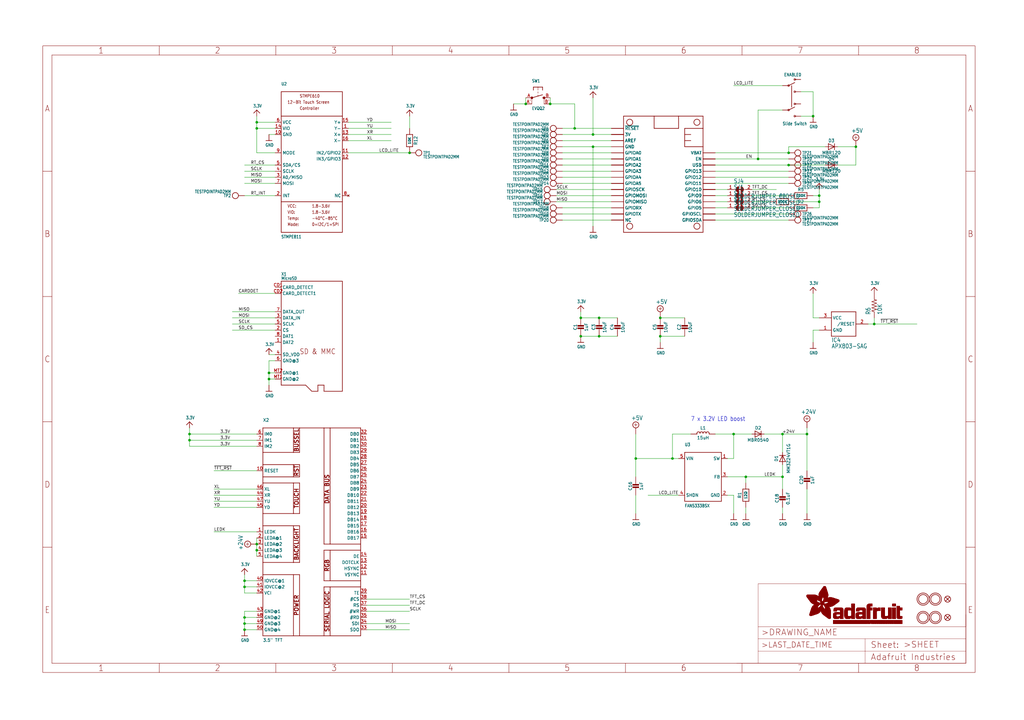
<source format=kicad_sch>
(kicad_sch (version 20211123) (generator eeschema)
  (paper "User" 425.45 299.161)
  (lib_symbols
    (symbol "eagleSchem-eagle-import:+24V" (power)
      (property "Value" "+24V" (at -2.54 3.175 0))
      (symbol "+24V_1_0"
        (pin power_in line (at 0 -2.54 90) (length 2.54) (name "+24V") (number "1"))
      )
    )
    (symbol "eagleSchem-eagle-import:+5V" (power)
      (property "Value" "+5V" (at -1.905 3.175 0))
      (symbol "+5V_1_0"
        (pin power_in line (at 0 -2.54 90) (length 2.54) (name "+5V") (number "1"))
      )
    )
    (symbol "eagleSchem-eagle-import:3.3V" (power)
      (property "Value" "3.3V" (at -1.524 1.016 0))
      (symbol "3.3V_1_0"
        (pin power_in line (at 0 -2.54 90) (length 2.54) (name "3.3V") (number "1"))
      )
    )
    (symbol "eagleSchem-eagle-import:AXP083-SAG"
      (property "Reference" "IC" (at -5.08 -7.62 0))
      (property "Value" "AXP083-SAG" (at -5.08 -10.16 0))
      (symbol "AXP083-SAG_1_0"
        (pin power_in line (at -10.16 -2.54 0) (length 5.08) (name "GND") (number "1"))
        (pin output line (at 10.16 0 180) (length 5.08) (name "/RESET") (number "2"))
        (pin power_in line (at -10.16 2.54 0) (length 5.08) (name "VCC") (number "3"))
      )
    )
    (symbol "eagleSchem-eagle-import:CAP_CERAMIC0805-NOOUTLINE"
      (property "Reference" "C" (at -2.29 1.25 90))
      (property "Value" "CAP_CERAMIC0805-NOOUTLINE" (at 2.3 1.25 90))
      (symbol "CAP_CERAMIC0805-NOOUTLINE_1_0"
        (pin passive line (at 0 5.08 270) (length 2.54) (name "1") (number "1"))
        (pin passive line (at 0 -2.54 90) (length 2.54) (name "2") (number "2"))
      )
    )
    (symbol "eagleSchem-eagle-import:DIODESMA"
      (property "Reference" "D" (at 0 2.54 0))
      (property "Value" "DIODESMA" (at 0 -2.5 0))
      (symbol "DIODESMA_1_0"
        (pin passive line (at -2.54 0 0) (length 2.54) (name "A") (number "A"))
        (pin passive line (at 2.54 0 180) (length 2.54) (name "C") (number "C"))
      )
    )
    (symbol "eagleSchem-eagle-import:DIODESOD-123"
      (property "Reference" "D" (at 0 2.54 0))
      (property "Value" "DIODESOD-123" (at 0 -2.5 0))
      (symbol "DIODESOD-123_1_0"
        (pin passive line (at -2.54 0 0) (length 2.54) (name "A") (number "A"))
        (pin passive line (at 2.54 0 180) (length 2.54) (name "C") (number "C"))
      )
    )
    (symbol "eagleSchem-eagle-import:DISP_LCD_3.5IN_320X480_50PIN"
      (property "Reference" "X" (at -20.32 43.18 0))
      (property "Value" "DISP_LCD_3.5IN_320X480_50PIN" (at -20.32 -48.26 0))
      (symbol "DISP_LCD_3.5IN_320X480_50PIN_1_0"
        (text "BACKLIGHT" (at -6.35 -7.62 900) (effects (font (size 1.6764 1.6764) (thickness 0.3353) bold)))
        (text "BUSSEL" (at -6.35 35.56 900) (effects (font (size 1.6764 1.6764) (thickness 0.3353) bold)))
        (text "DATA BUS" (at 6.35 15.24 900) (effects (font (size 1.6764 1.6764) (thickness 0.3353) bold)))
        (text "POWER" (at -6.35 -33.02 900) (effects (font (size 1.6764 1.6764) (thickness 0.3353) bold)))
        (text "RGB" (at 6.35 -16.51 900) (effects (font (size 1.6764 1.6764) (thickness 0.3353) bold)))
        (text "RST" (at -6.35 22.86 900) (effects (font (size 1.6764 1.6764) (thickness 0.3353) bold)))
        (text "SERIAL LOGIC" (at 6.35 -35.56 900) (effects (font (size 1.6764 1.6764) (thickness 0.3353) bold)))
        (text "TOUCH" (at -6.35 11.43 900) (effects (font (size 1.6764 1.6764) (thickness 0.3353) bold)))
        (pin bidirectional line (at -22.86 -2.54 0) (length 2.54) (name "LEDK") (number "1"))
        (pin bidirectional line (at -22.86 22.86 0) (length 2.54) (name "RESET") (number "10"))
        (pin bidirectional line (at 22.86 -20.32 180) (length 2.54) (name "VSYNC") (number "11"))
        (pin bidirectional line (at 22.86 -17.78 180) (length 2.54) (name "HSYNC") (number "12"))
        (pin bidirectional line (at 22.86 -15.24 180) (length 2.54) (name "DOTCLK") (number "13"))
        (pin bidirectional line (at 22.86 -12.7 180) (length 2.54) (name "DE") (number "14"))
        (pin bidirectional line (at 22.86 -5.08 180) (length 2.54) (name "DB17") (number "15"))
        (pin bidirectional line (at 22.86 -2.54 180) (length 2.54) (name "DB16") (number "16"))
        (pin bidirectional line (at 22.86 0 180) (length 2.54) (name "DB15") (number "17"))
        (pin bidirectional line (at 22.86 2.54 180) (length 2.54) (name "DB14") (number "18"))
        (pin bidirectional line (at 22.86 5.08 180) (length 2.54) (name "DB13") (number "19"))
        (pin bidirectional line (at -22.86 -5.08 0) (length 2.54) (name "LEDA@1") (number "2"))
        (pin bidirectional line (at 22.86 7.62 180) (length 2.54) (name "DB12") (number "20"))
        (pin bidirectional line (at 22.86 10.16 180) (length 2.54) (name "DB11") (number "21"))
        (pin bidirectional line (at 22.86 12.7 180) (length 2.54) (name "DB10") (number "22"))
        (pin bidirectional line (at 22.86 15.24 180) (length 2.54) (name "DB9") (number "23"))
        (pin bidirectional line (at 22.86 17.78 180) (length 2.54) (name "DB8") (number "24"))
        (pin bidirectional line (at 22.86 20.32 180) (length 2.54) (name "DB7") (number "25"))
        (pin bidirectional line (at 22.86 22.86 180) (length 2.54) (name "DB6") (number "26"))
        (pin bidirectional line (at 22.86 25.4 180) (length 2.54) (name "DB5") (number "27"))
        (pin bidirectional line (at 22.86 27.94 180) (length 2.54) (name "DB4") (number "28"))
        (pin bidirectional line (at 22.86 30.48 180) (length 2.54) (name "DB3") (number "29"))
        (pin bidirectional line (at -22.86 -7.62 0) (length 2.54) (name "LEDA@2") (number "3"))
        (pin bidirectional line (at 22.86 33.02 180) (length 2.54) (name "DB2") (number "30"))
        (pin bidirectional line (at 22.86 35.56 180) (length 2.54) (name "DB1") (number "31"))
        (pin bidirectional line (at 22.86 38.1 180) (length 2.54) (name "DB0") (number "32"))
        (pin bidirectional line (at 22.86 -43.18 180) (length 2.54) (name "SDO") (number "33"))
        (pin bidirectional line (at 22.86 -40.64 180) (length 2.54) (name "SDI") (number "34"))
        (pin bidirectional line (at 22.86 -38.1 180) (length 2.54) (name "#RD") (number "35"))
        (pin bidirectional line (at 22.86 -35.56 180) (length 2.54) (name "#WR") (number "36"))
        (pin bidirectional line (at 22.86 -33.02 180) (length 2.54) (name "RS") (number "37"))
        (pin bidirectional line (at 22.86 -30.48 180) (length 2.54) (name "#CS") (number "38"))
        (pin bidirectional line (at 22.86 -27.94 180) (length 2.54) (name "TE") (number "39"))
        (pin bidirectional line (at -22.86 -10.16 0) (length 2.54) (name "LEDA@3") (number "4"))
        (pin bidirectional line (at -22.86 -22.86 0) (length 2.54) (name "IOVCC@1") (number "40"))
        (pin bidirectional line (at -22.86 -25.4 0) (length 2.54) (name "IOVCC@2") (number "41"))
        (pin bidirectional line (at -22.86 -27.94 0) (length 2.54) (name "VCI") (number "42"))
        (pin bidirectional line (at -22.86 -35.56 0) (length 2.54) (name "GND@1") (number "43"))
        (pin bidirectional line (at -22.86 12.7 0) (length 2.54) (name "XR") (number "44"))
        (pin bidirectional line (at -22.86 7.62 0) (length 2.54) (name "YD") (number "45"))
        (pin bidirectional line (at -22.86 15.24 0) (length 2.54) (name "XL") (number "46"))
        (pin bidirectional line (at -22.86 10.16 0) (length 2.54) (name "YU") (number "47"))
        (pin bidirectional line (at -22.86 -38.1 0) (length 2.54) (name "GND@2") (number "48"))
        (pin bidirectional line (at -22.86 -40.64 0) (length 2.54) (name "GND@3") (number "49"))
        (pin bidirectional line (at -22.86 -12.7 0) (length 2.54) (name "LEDA@4") (number "5"))
        (pin bidirectional line (at -22.86 -43.18 0) (length 2.54) (name "GND@4") (number "50"))
        (pin bidirectional line (at -22.86 38.1 0) (length 2.54) (name "IM0") (number "6"))
        (pin bidirectional line (at -22.86 35.56 0) (length 2.54) (name "IM1") (number "7"))
        (pin bidirectional line (at -22.86 33.02 0) (length 2.54) (name "IM2") (number "8"))
      )
    )
    (symbol "eagleSchem-eagle-import:FAN5331"
      (property "Reference" "U" (at -7.62 12.7 0))
      (property "Value" "FAN5331" (at -7.62 -12.7 0))
      (symbol "FAN5331_1_0"
        (pin bidirectional line (at 10.16 7.62 180) (length 2.54) (name "SW") (number "1"))
        (pin bidirectional line (at 10.16 -7.62 180) (length 2.54) (name "GND") (number "2"))
        (pin bidirectional line (at 10.16 0 180) (length 2.54) (name "FB") (number "3"))
        (pin bidirectional line (at -10.16 -7.62 0) (length 2.54) (name "SHDN") (number "4"))
        (pin bidirectional line (at -10.16 7.62 0) (length 2.54) (name "VIN") (number "5"))
      )
    )
    (symbol "eagleSchem-eagle-import:FEATHERWING_SMTDUAL"
      (symbol "FEATHERWING_SMTDUAL_1_0"
        (pin input line (at 5.08 -5.08 90) (length 5.08) (name "~{RESET}") (number "1"))
        (pin input line (at 5.08 -5.08 90) (length 5.08) (name "~{RESET}") (number "1'"))
        (pin bidirectional line (at 27.94 -5.08 90) (length 5.08) (name "GPIOA5") (number "10"))
        (pin bidirectional line (at 27.94 -5.08 90) (length 5.08) (name "GPIOA5") (number "10'"))
        (pin bidirectional line (at 30.48 -5.08 90) (length 5.08) (name "GPIOSCK") (number "11"))
        (pin bidirectional line (at 30.48 -5.08 90) (length 5.08) (name "GPIOSCK") (number "11'"))
        (pin bidirectional line (at 33.02 -5.08 90) (length 5.08) (name "GPIOMOSI") (number "12"))
        (pin bidirectional line (at 33.02 -5.08 90) (length 5.08) (name "GPIOMOSI") (number "12'"))
        (pin bidirectional line (at 35.56 -5.08 90) (length 5.08) (name "GPIOMISO") (number "13"))
        (pin bidirectional line (at 35.56 -5.08 90) (length 5.08) (name "GPIOMISO") (number "13'"))
        (pin bidirectional line (at 38.1 -5.08 90) (length 5.08) (name "GPIORX") (number "14"))
        (pin bidirectional line (at 38.1 -5.08 90) (length 5.08) (name "GPIORX") (number "14'"))
        (pin bidirectional line (at 40.64 -5.08 90) (length 5.08) (name "GPIOTX") (number "15"))
        (pin bidirectional line (at 40.64 -5.08 90) (length 5.08) (name "GPIOTX") (number "15'"))
        (pin passive line (at 43.18 -5.08 90) (length 5.08) (name "NC") (number "16"))
        (pin passive line (at 43.18 -5.08 90) (length 5.08) (name "NC") (number "16'"))
        (pin bidirectional line (at 43.18 38.1 270) (length 5.08) (name "GPIOSDA") (number "17"))
        (pin bidirectional line (at 43.18 38.1 270) (length 5.08) (name "GPIOSDA") (number "17'"))
        (pin bidirectional line (at 40.64 38.1 270) (length 5.08) (name "GPIOSCL") (number "18"))
        (pin bidirectional line (at 40.64 38.1 270) (length 5.08) (name "GPIOSCL") (number "18'"))
        (pin bidirectional line (at 38.1 38.1 270) (length 5.08) (name "GPIO5") (number "19"))
        (pin bidirectional line (at 38.1 38.1 270) (length 5.08) (name "GPIO5") (number "19'"))
        (pin power_in line (at 7.62 -5.08 90) (length 5.08) (name "3V") (number "2"))
        (pin power_in line (at 7.62 -5.08 90) (length 5.08) (name "3V") (number "2'"))
        (pin bidirectional line (at 35.56 38.1 270) (length 5.08) (name "GPIO6") (number "20"))
        (pin bidirectional line (at 35.56 38.1 270) (length 5.08) (name "GPIO6") (number "20'"))
        (pin bidirectional line (at 33.02 38.1 270) (length 5.08) (name "GPIO9") (number "21"))
        (pin bidirectional line (at 33.02 38.1 270) (length 5.08) (name "GPIO9") (number "21'"))
        (pin bidirectional line (at 30.48 38.1 270) (length 5.08) (name "GPIO10") (number "22"))
        (pin bidirectional line (at 30.48 38.1 270) (length 5.08) (name "GPIO10") (number "22'"))
        (pin bidirectional line (at 27.94 38.1 270) (length 5.08) (name "GPIO11") (number "23"))
        (pin bidirectional line (at 27.94 38.1 270) (length 5.08) (name "GPIO11") (number "23'"))
        (pin bidirectional line (at 25.4 38.1 270) (length 5.08) (name "GPIO12") (number "24"))
        (pin bidirectional line (at 25.4 38.1 270) (length 5.08) (name "GPIO12") (number "24'"))
        (pin bidirectional line (at 22.86 38.1 270) (length 5.08) (name "GPIO13") (number "25"))
        (pin bidirectional line (at 22.86 38.1 270) (length 5.08) (name "GPIO13") (number "25'"))
        (pin power_in line (at 20.32 38.1 270) (length 5.08) (name "USB") (number "26"))
        (pin power_in line (at 20.32 38.1 270) (length 5.08) (name "USB") (number "26'"))
        (pin passive line (at 17.78 38.1 270) (length 5.08) (name "EN") (number "27"))
        (pin passive line (at 17.78 38.1 270) (length 5.08) (name "EN") (number "27'"))
        (pin power_in line (at 15.24 38.1 270) (length 5.08) (name "VBAT") (number "28"))
        (pin power_in line (at 15.24 38.1 270) (length 5.08) (name "VBAT") (number "28'"))
        (pin passive line (at 10.16 -5.08 90) (length 5.08) (name "AREF") (number "3"))
        (pin passive line (at 10.16 -5.08 90) (length 5.08) (name "AREF") (number "3'"))
        (pin power_in line (at 12.7 -5.08 90) (length 5.08) (name "GND") (number "4"))
        (pin power_in line (at 12.7 -5.08 90) (length 5.08) (name "GND") (number "4'"))
        (pin bidirectional line (at 15.24 -5.08 90) (length 5.08) (name "GPIOA0") (number "5"))
        (pin bidirectional line (at 15.24 -5.08 90) (length 5.08) (name "GPIOA0") (number "5'"))
        (pin bidirectional line (at 17.78 -5.08 90) (length 5.08) (name "GPIOA1") (number "6"))
        (pin bidirectional line (at 17.78 -5.08 90) (length 5.08) (name "GPIOA1") (number "6'"))
        (pin bidirectional line (at 20.32 -5.08 90) (length 5.08) (name "GPIOA2") (number "7"))
        (pin bidirectional line (at 20.32 -5.08 90) (length 5.08) (name "GPIOA2") (number "7'"))
        (pin bidirectional line (at 22.86 -5.08 90) (length 5.08) (name "GPIOA3") (number "8"))
        (pin bidirectional line (at 22.86 -5.08 90) (length 5.08) (name "GPIOA3") (number "8'"))
        (pin bidirectional line (at 25.4 -5.08 90) (length 5.08) (name "GPIOA4") (number "9"))
        (pin bidirectional line (at 25.4 -5.08 90) (length 5.08) (name "GPIOA4") (number "9'"))
      )
    )
    (symbol "eagleSchem-eagle-import:FIDUCIAL_1MM")
    (symbol "eagleSchem-eagle-import:FRAME_A3_ADAFRUIT"
      (symbol "FRAME_A3_ADAFRUIT_1_0"
        (text "1" (at 24.2094 1.905 0) (effects (font (size 2.54 2.286))))
        (text "1" (at 24.2094 258.445 0) (effects (font (size 2.54 2.286))))
        (text "2" (at 72.6281 1.905 0) (effects (font (size 2.54 2.286))))
        (text "2" (at 72.6281 258.445 0) (effects (font (size 2.54 2.286))))
        (text "3" (at 121.0469 1.905 0) (effects (font (size 2.54 2.286))))
        (text "3" (at 121.0469 258.445 0) (effects (font (size 2.54 2.286))))
        (text "4" (at 169.4656 1.905 0) (effects (font (size 2.54 2.286))))
        (text "4" (at 169.4656 258.445 0) (effects (font (size 2.54 2.286))))
        (text "5" (at 217.8844 1.905 0) (effects (font (size 2.54 2.286))))
        (text "5" (at 217.8844 258.445 0) (effects (font (size 2.54 2.286))))
        (text "6" (at 266.3031 1.905 0) (effects (font (size 2.54 2.286))))
        (text "6" (at 266.3031 258.445 0) (effects (font (size 2.54 2.286))))
        (text "7" (at 314.7219 1.905 0) (effects (font (size 2.54 2.286))))
        (text "7" (at 314.7219 258.445 0) (effects (font (size 2.54 2.286))))
        (text "8" (at 363.1406 1.905 0) (effects (font (size 2.54 2.286))))
        (text "8" (at 363.1406 258.445 0) (effects (font (size 2.54 2.286))))
        (text ">DRAWING_NAME" (at 298.45 15.24 0) (effects (font (size 2.54 2.54)) (justify left bottom)))
        (text ">LAST_DATE_TIME" (at 298.45 10.16 0) (effects (font (size 2.286 2.286)) (justify left bottom)))
        (text ">SHEET" (at 357.505 10.16 0) (effects (font (size 2.54 2.54)) (justify left bottom)))
        (text "A" (at 1.905 234.315 0) (effects (font (size 2.54 2.286))))
        (text "A" (at 385.445 234.315 0) (effects (font (size 2.54 2.286))))
        (text "Adafruit Industries" (at 343.916 4.953 0) (effects (font (size 2.54 2.54)) (justify left bottom)))
        (text "B" (at 1.905 182.245 0) (effects (font (size 2.54 2.286))))
        (text "B" (at 385.445 182.245 0) (effects (font (size 2.54 2.286))))
        (text "C" (at 1.905 130.175 0) (effects (font (size 2.54 2.286))))
        (text "C" (at 385.445 130.175 0) (effects (font (size 2.54 2.286))))
        (text "D" (at 1.905 78.105 0) (effects (font (size 2.54 2.286))))
        (text "D" (at 385.445 78.105 0) (effects (font (size 2.54 2.286))))
        (text "E" (at 1.905 26.035 0) (effects (font (size 2.54 2.286))))
        (text "E" (at 385.445 26.035 0) (effects (font (size 2.54 2.286))))
        (text "Sheet:" (at 343.916 10.033 0) (effects (font (size 2.54 2.54)) (justify left bottom)))
      )
    )
    (symbol "eagleSchem-eagle-import:GND" (power)
      (property "Value" "GND" (at -1.524 -2.54 0))
      (symbol "GND_1_0"
        (pin power_in line (at 0 2.54 270) (length 2.54) (name "GND") (number "1"))
      )
    )
    (symbol "eagleSchem-eagle-import:INDUCTORNR5040"
      (property "Reference" "L" (at 0 2.54 0))
      (property "Value" "INDUCTORNR5040" (at 0 -1.54 0))
      (symbol "INDUCTORNR5040_1_0"
        (pin passive line (at -5.08 0 0) (length 2.54) (name "1") (number "P$1"))
        (pin passive line (at 5.08 0 180) (length 2.54) (name "2") (number "P$2"))
      )
    )
    (symbol "eagleSchem-eagle-import:MICROSD"
      (property "Reference" "X" (at -12.7 22.606 0))
      (property "Value" "MICROSD" (at -12.7 20.828 0))
      (symbol "MICROSD_1_0"
        (text "SD & MMC" (at -5.08 -10.16 0) (effects (font (size 2.1844 1.8567)) (justify left bottom)))
        (pin bidirectional line (at -15.24 -5.08 0) (length 2.54) (name "DAT2") (number "1"))
        (pin input line (at -15.24 0 0) (length 2.54) (name "CS") (number "2"))
        (pin input line (at -15.24 5.08 0) (length 2.54) (name "DATA_IN") (number "3"))
        (pin power_in line (at -15.24 -10.16 0) (length 2.54) (name "SD_VDD") (number "4"))
        (pin input line (at -15.24 2.54 0) (length 2.54) (name "SCLK") (number "5"))
        (pin power_in line (at -15.24 -12.7 0) (length 2.54) (name "GND@3") (number "6"))
        (pin output line (at -15.24 7.62 0) (length 2.54) (name "DATA_OUT") (number "7"))
        (pin bidirectional line (at -15.24 -2.54 0) (length 2.54) (name "DAT1") (number "8"))
        (pin passive line (at -15.24 17.78 0) (length 2.54) (name "CARD_DETECT") (number "CD1"))
        (pin passive line (at -15.24 15.24 0) (length 2.54) (name "CARD_DETECT1") (number "CD2"))
        (pin power_in line (at -15.24 -20.32 0) (length 2.54) (name "GND@2") (number "MT1"))
        (pin power_in line (at -15.24 -17.78 0) (length 2.54) (name "GND@1") (number "MT2"))
      )
    )
    (symbol "eagleSchem-eagle-import:MOUNTINGHOLE3.0THIN")
    (symbol "eagleSchem-eagle-import:R-US_R0805"
      (property "Reference" "R" (at -3.81 1.4986 0))
      (property "Value" "R-US_R0805" (at -3.81 -3.302 0))
      (symbol "R-US_R0805_1_0"
        (pin passive line (at -5.08 0 0) (length 2.54) (name "1") (number "1"))
        (pin passive line (at 5.08 0 180) (length 2.54) (name "2") (number "2"))
      )
    )
    (symbol "eagleSchem-eagle-import:RESISTOR0805_NOOUTLINE"
      (property "Reference" "R" (at 0 2.54 0))
      (property "Value" "RESISTOR0805_NOOUTLINE" (at 0 0 0))
      (symbol "RESISTOR0805_NOOUTLINE_1_0"
        (pin passive line (at -5.08 0 0) (length 2.54) (name "1") (number "1"))
        (pin passive line (at 5.08 0 180) (length 2.54) (name "2") (number "2"))
      )
    )
    (symbol "eagleSchem-eagle-import:SOLDERJUMPER_CLOSED"
      (property "Reference" "SJ" (at -2.54 2.54 0))
      (property "Value" "SOLDERJUMPER_CLOSED" (at -2.54 -3.81 0))
      (symbol "SOLDERJUMPER_CLOSED_1_0"
        (pin passive line (at -5.08 0 0) (length 2.54) (name "1") (number "1"))
        (pin passive line (at 5.08 0 180) (length 2.54) (name "2") (number "2"))
      )
    )
    (symbol "eagleSchem-eagle-import:STMPE610"
      (property "Reference" "U" (at -12.7 33.02 0))
      (property "Value" "STMPE610" (at -12.7 -30.48 0))
      (symbol "STMPE610_1_0"
        (text "-40°C-85°C" (at 0 -22.86 0) (effects (font (size 1.27 1.0795)) (justify left bottom)))
        (text "0=I2C/1=SPI" (at 0 -25.4 0) (effects (font (size 1.27 1.0795)) (justify left bottom)))
        (text "1.8-3.6V" (at 0 -20.32 0) (effects (font (size 1.27 1.0795)) (justify left bottom)))
        (text "1.8-3.6V" (at 0 -17.78 0) (effects (font (size 1.27 1.0795)) (justify left bottom)))
        (text "12-Bit Touch Screen" (at -10.16 25.4 0) (effects (font (size 1.27 1.0795)) (justify left bottom)))
        (text "Controller" (at -5.08 22.86 0) (effects (font (size 1.27 1.0795)) (justify left bottom)))
        (text "Mode:" (at -10.16 -25.4 0) (effects (font (size 1.27 1.0795)) (justify left bottom)))
        (text "STMPE610" (at -5.08 27.94 0) (effects (font (size 1.27 1.0795)) (justify left bottom)))
        (text "Temp:" (at -10.16 -22.86 0) (effects (font (size 1.27 1.0795)) (justify left bottom)))
        (text "VCC:" (at -10.16 -17.78 0) (effects (font (size 1.27 1.0795)) (justify left bottom)))
        (text "VIO:" (at -10.16 -20.32 0) (effects (font (size 1.27 1.0795)) (justify left bottom)))
        (pin input line (at 15.24 15.24 180) (length 2.54) (name "Y-") (number "1"))
        (pin power_in line (at -15.24 12.7 0) (length 2.54) (name "GND") (number "10"))
        (pin bidirectional line (at 15.24 5.08 180) (length 2.54) (name "IN2/GPIO2") (number "11"))
        (pin bidirectional line (at 15.24 2.54 180) (length 2.54) (name "IN3/GPIO3") (number "12"))
        (pin input line (at 15.24 12.7 180) (length 2.54) (name "X+") (number "13"))
        (pin power_in line (at -15.24 15.24 0) (length 2.54) (name "VIO") (number "14"))
        (pin input line (at 15.24 17.78 180) (length 2.54) (name "Y+") (number "15"))
        (pin input line (at 15.24 10.16 180) (length 2.54) (name "X-") (number "16"))
        (pin output line (at -15.24 -12.7 0) (length 2.54) (name "INT") (number "2"))
        (pin bidirectional line (at -15.24 -5.08 0) (length 2.54) (name "A0/MISO") (number "3"))
        (pin bidirectional line (at -15.24 -2.54 0) (length 2.54) (name "SCLK") (number "4"))
        (pin bidirectional line (at -15.24 0 0) (length 2.54) (name "SDA/CS") (number "5"))
        (pin power_in line (at -15.24 17.78 0) (length 2.54) (name "VCC") (number "6"))
        (pin input line (at -15.24 -7.62 0) (length 2.54) (name "MOSI") (number "7"))
        (pin no_connect line (at 15.24 -12.7 180) (length 2.54) (name "NC") (number "8"))
        (pin input line (at -15.24 5.08 0) (length 2.54) (name "MODE") (number "9"))
      )
    )
    (symbol "eagleSchem-eagle-import:SWITCH_DPDTEG1390"
      (property "Reference" "SW" (at -4.445 8.89 0))
      (property "Value" "SWITCH_DPDTEG1390" (at -5.08 -11.43 0))
      (symbol "SWITCH_DPDTEG1390_1_0"
        (pin passive line (at 2.54 7.62 180) (length 2.54) (name "O1") (number "O1"))
        (pin passive line (at 2.54 -2.54 180) (length 2.54) (name "O2") (number "O2"))
        (pin passive line (at -5.08 5.08 0) (length 2.54) (name "P1") (number "P1"))
        (pin passive line (at -5.08 -5.08 0) (length 2.54) (name "P2") (number "P2"))
        (pin passive line (at 2.54 2.54 180) (length 2.54) (name "S1") (number "S1"))
        (pin passive line (at 2.54 -7.62 180) (length 2.54) (name "S2") (number "S2"))
      )
    )
    (symbol "eagleSchem-eagle-import:SWITCH_TACT_SMT_EVQQ2_SMALL"
      (property "Reference" "SW" (at -2.54 6.35 0))
      (property "Value" "SWITCH_TACT_SMT_EVQQ2_SMALL" (at -2.54 -5.08 0))
      (symbol "SWITCH_TACT_SMT_EVQQ2_SMALL_1_0"
        (pin passive line (at -5.08 0 0) (length 2.54) (name "P") (number "A"))
        (pin passive line (at -5.08 -2.54 0) (length 2.54) (name "P1") (number "A'"))
        (pin passive line (at 5.08 0 180) (length 2.54) (name "S") (number "B"))
        (pin passive line (at 5.08 -2.54 180) (length 2.54) (name "S1") (number "B'"))
      )
    )
    (symbol "eagleSchem-eagle-import:TESTPOINTPAD2MM"
      (property "Reference" "TP" (at 0 5.588 90))
      (property "Value" "TESTPOINTPAD2MM" (at 1.651 5.588 90))
      (symbol "TESTPOINTPAD2MM_1_0"
        (pin bidirectional line (at 0 0 90) (length 2.54) (name "P$1") (number "P$1"))
      )
    )
  )
  (junction (at 337.82 48.26))
  (junction (at 106.68 50.8))
  (junction (at 309.88 198.12))
  (junction (at 241.3 139.7))
  (junction (at 314.96 66.04))
  (junction (at 340.36 81.28))
  (junction (at 279.4 190.5))
  (junction (at 106.68 226.06))
  (junction (at 327.66 68.58))
  (junction (at 111.76 157.48))
  (junction (at 325.12 180.34))
  (junction (at 327.66 63.5))
  (junction (at 218.44 43.18))
  (junction (at 274.32 139.7))
  (junction (at 106.68 53.34))
  (junction (at 106.68 228.6))
  (junction (at 335.28 180.34))
  (junction (at 78.74 182.88))
  (junction (at 325.12 198.12))
  (junction (at 228.6 43.18))
  (junction (at 101.6 241.3))
  (junction (at 241.3 132.08))
  (junction (at 238.76 53.34))
  (junction (at 248.92 139.7))
  (junction (at 101.6 243.84))
  (junction (at 274.32 132.08))
  (junction (at 78.74 180.34))
  (junction (at 246.38 60.96))
  (junction (at 170.18 63.5))
  (junction (at 363.22 134.62))
  (junction (at 246.38 55.88))
  (junction (at 101.6 259.08))
  (junction (at 101.6 261.62))
  (junction (at 264.16 190.5))
  (junction (at 355.6 60.96))
  (junction (at 111.76 154.94))
  (junction (at 101.6 256.54))
  (junction (at 304.8 180.34))
  (junction (at 248.92 132.08))
  (junction (at 340.36 83.82))
  (wire (pts (xy 274.32 139.7) (xy 284.48 139.7)))
  (wire (pts (xy 246.38 55.88) (xy 233.68 55.88)))
  (wire (pts (xy 78.74 182.88) (xy 106.68 182.88)))
  (wire (pts (xy 332.74 38.1) (xy 337.82 38.1)))
  (wire (pts (xy 340.36 86.36) (xy 337.82 86.36)))
  (wire (pts (xy 106.68 180.34) (xy 78.74 180.34)))
  (wire (pts (xy 274.32 132.08) (xy 284.48 132.08)))
  (wire (pts (xy 114.3 63.5) (xy 106.68 63.5)))
  (wire (pts (xy 340.36 83.82) (xy 340.36 81.28)))
  (wire (pts (xy 101.6 73.66) (xy 114.3 73.66)))
  (wire (pts (xy 238.76 43.18) (xy 238.76 53.34)))
  (wire (pts (xy 233.68 68.58) (xy 254 68.58)))
  (wire (pts (xy 233.68 53.34) (xy 238.76 53.34)))
  (wire (pts (xy 340.36 132.08) (xy 337.82 132.08)))
  (wire (pts (xy 101.6 261.62) (xy 106.68 261.62)))
  (wire (pts (xy 96.52 129.54) (xy 114.3 129.54)))
  (wire (pts (xy 340.36 78.74) (xy 340.36 81.28)))
  (wire (pts (xy 241.3 129.54) (xy 241.3 132.08)))
  (wire (pts (xy 101.6 259.08) (xy 106.68 259.08)))
  (wire (pts (xy 111.76 55.88) (xy 114.3 55.88)))
  (wire (pts (xy 302.26 86.36) (xy 297.18 86.36)))
  (wire (pts (xy 246.38 93.98) (xy 246.38 60.96)))
  (wire (pts (xy 144.78 63.5) (xy 170.18 63.5)))
  (wire (pts (xy 312.42 78.74) (xy 322.58 78.74)))
  (wire (pts (xy 327.66 63.5) (xy 327.66 60.96)))
  (wire (pts (xy 106.68 63.5) (xy 106.68 53.34)))
  (wire (pts (xy 106.68 228.6) (xy 106.68 231.14)))
  (wire (pts (xy 233.68 63.5) (xy 254 63.5)))
  (wire (pts (xy 101.6 254) (xy 101.6 256.54)))
  (wire (pts (xy 106.68 246.38) (xy 101.6 246.38)))
  (wire (pts (xy 231.14 81.28) (xy 254 81.28)))
  (wire (pts (xy 111.76 154.94) (xy 114.3 154.94)))
  (wire (pts (xy 88.9 195.58) (xy 106.68 195.58)))
  (wire (pts (xy 304.8 180.34) (xy 304.8 190.5)))
  (wire (pts (xy 337.82 132.08) (xy 337.82 121.92)))
  (wire (pts (xy 228.6 43.18) (xy 228.6 40.64)))
  (wire (pts (xy 101.6 243.84) (xy 106.68 243.84)))
  (wire (pts (xy 327.66 86.36) (xy 312.42 86.36)))
  (wire (pts (xy 106.68 226.06) (xy 106.68 228.6)))
  (wire (pts (xy 152.4 248.92) (xy 170.18 248.92)))
  (wire (pts (xy 254 78.74) (xy 231.14 78.74)))
  (wire (pts (xy 312.42 83.82) (xy 320.04 83.82)))
  (wire (pts (xy 246.38 60.96) (xy 233.68 60.96)))
  (wire (pts (xy 241.3 139.7) (xy 248.92 139.7)))
  (wire (pts (xy 233.68 73.66) (xy 254 73.66)))
  (wire (pts (xy 335.28 203.2) (xy 335.28 213.36)))
  (wire (pts (xy 114.3 132.08) (xy 96.52 132.08)))
  (wire (pts (xy 335.28 177.8) (xy 335.28 180.34)))
  (wire (pts (xy 309.88 200.66) (xy 309.88 198.12)))
  (wire (pts (xy 114.3 149.86) (xy 111.76 149.86)))
  (wire (pts (xy 337.82 38.1) (xy 337.82 48.26)))
  (wire (pts (xy 101.6 71.12) (xy 114.3 71.12)))
  (wire (pts (xy 96.52 137.16) (xy 114.3 137.16)))
  (wire (pts (xy 340.36 86.36) (xy 340.36 83.82)))
  (wire (pts (xy 327.66 88.9) (xy 297.18 88.9)))
  (wire (pts (xy 111.76 149.86) (xy 111.76 154.94)))
  (wire (pts (xy 228.6 43.18) (xy 238.76 43.18)))
  (wire (pts (xy 355.6 68.58) (xy 355.6 60.96)))
  (wire (pts (xy 317.5 180.34) (xy 325.12 180.34)))
  (wire (pts (xy 114.3 53.34) (xy 106.68 53.34)))
  (wire (pts (xy 264.16 190.5) (xy 264.16 198.12)))
  (wire (pts (xy 337.82 137.16) (xy 340.36 137.16)))
  (wire (pts (xy 106.68 185.42) (xy 78.74 185.42)))
  (wire (pts (xy 106.68 205.74) (xy 88.9 205.74)))
  (wire (pts (xy 111.76 157.48) (xy 111.76 154.94)))
  (wire (pts (xy 302.26 83.82) (xy 297.18 83.82)))
  (wire (pts (xy 78.74 182.88) (xy 78.74 180.34)))
  (wire (pts (xy 302.26 81.28) (xy 297.18 81.28)))
  (wire (pts (xy 340.36 81.28) (xy 337.82 81.28)))
  (wire (pts (xy 254 83.82) (xy 231.14 83.82)))
  (wire (pts (xy 106.68 203.2) (xy 88.9 203.2)))
  (wire (pts (xy 144.78 58.42) (xy 162.56 58.42)))
  (wire (pts (xy 106.68 50.8) (xy 114.3 50.8)))
  (wire (pts (xy 297.18 180.34) (xy 304.8 180.34)))
  (wire (pts (xy 279.4 190.5) (xy 264.16 190.5)))
  (wire (pts (xy 248.92 132.08) (xy 256.54 132.08)))
  (wire (pts (xy 233.68 86.36) (xy 254 86.36)))
  (wire (pts (xy 246.38 60.96) (xy 254 60.96)))
  (wire (pts (xy 279.4 180.34) (xy 287.02 180.34)))
  (wire (pts (xy 327.66 68.58) (xy 297.18 68.58)))
  (wire (pts (xy 170.18 53.34) (xy 170.18 48.26)))
  (wire (pts (xy 152.4 259.08) (xy 170.18 259.08)))
  (wire (pts (xy 101.6 68.58) (xy 114.3 68.58)))
  (wire (pts (xy 279.4 190.5) (xy 279.4 180.34)))
  (wire (pts (xy 355.6 60.96) (xy 347.98 60.96)))
  (wire (pts (xy 327.66 68.58) (xy 342.9 68.58)))
  (wire (pts (xy 363.22 134.62) (xy 381 134.62)))
  (wire (pts (xy 78.74 185.42) (xy 78.74 182.88)))
  (wire (pts (xy 106.68 254) (xy 101.6 254)))
  (wire (pts (xy 114.3 121.92) (xy 99.06 121.92)))
  (wire (pts (xy 101.6 241.3) (xy 101.6 243.84)))
  (wire (pts (xy 363.22 132.08) (xy 363.22 134.62)))
  (wire (pts (xy 337.82 142.24) (xy 337.82 137.16)))
  (wire (pts (xy 218.44 40.64) (xy 218.44 43.18)))
  (wire (pts (xy 101.6 246.38) (xy 101.6 243.84)))
  (wire (pts (xy 233.68 91.44) (xy 254 91.44)))
  (wire (pts (xy 302.26 78.74) (xy 297.18 78.74)))
  (wire (pts (xy 101.6 259.08) (xy 101.6 261.62)))
  (wire (pts (xy 106.68 48.26) (xy 106.68 50.8)))
  (wire (pts (xy 325.12 193.04) (xy 325.12 198.12)))
  (wire (pts (xy 314.96 45.72) (xy 325.12 45.72)))
  (wire (pts (xy 327.66 60.96) (xy 342.9 60.96)))
  (wire (pts (xy 106.68 210.82) (xy 88.9 210.82)))
  (wire (pts (xy 106.68 220.98) (xy 88.9 220.98)))
  (wire (pts (xy 309.88 198.12) (xy 325.12 198.12)))
  (wire (pts (xy 302.26 198.12) (xy 309.88 198.12)))
  (wire (pts (xy 246.38 55.88) (xy 254 55.88)))
  (wire (pts (xy 332.74 48.26) (xy 337.82 48.26)))
  (wire (pts (xy 325.12 198.12) (xy 325.12 203.2)))
  (wire (pts (xy 274.32 142.24) (xy 274.32 139.7)))
  (wire (pts (xy 152.4 261.62) (xy 170.18 261.62)))
  (wire (pts (xy 327.66 73.66) (xy 297.18 73.66)))
  (wire (pts (xy 327.66 81.28) (xy 312.42 81.28)))
  (wire (pts (xy 325.12 213.36) (xy 325.12 210.82)))
  (wire (pts (xy 233.68 58.42) (xy 254 58.42)))
  (wire (pts (xy 233.68 88.9) (xy 254 88.9)))
  (wire (pts (xy 233.68 76.2) (xy 254 76.2)))
  (wire (pts (xy 106.68 223.52) (xy 106.68 226.06)))
  (wire (pts (xy 238.76 53.34) (xy 254 53.34)))
  (wire (pts (xy 233.68 66.04) (xy 254 66.04)))
  (wire (pts (xy 264.16 190.5) (xy 264.16 180.34)))
  (wire (pts (xy 114.3 157.48) (xy 111.76 157.48)))
  (wire (pts (xy 106.68 50.8) (xy 106.68 53.34)))
  (wire (pts (xy 327.66 91.44) (xy 297.18 91.44)))
  (wire (pts (xy 144.78 53.34) (xy 162.56 53.34)))
  (wire (pts (xy 340.36 83.82) (xy 330.2 83.82)))
  (wire (pts (xy 325.12 180.34) (xy 335.28 180.34)))
  (wire (pts (xy 78.74 180.34) (xy 78.74 177.8)))
  (wire (pts (xy 256.54 139.7) (xy 248.92 139.7)))
  (wire (pts (xy 114.3 81.28) (xy 101.6 81.28)))
  (wire (pts (xy 144.78 50.8) (xy 162.56 50.8)))
  (wire (pts (xy 233.68 71.12) (xy 254 71.12)))
  (wire (pts (xy 152.4 254) (xy 170.18 254)))
  (wire (pts (xy 302.26 205.74) (xy 304.8 205.74)))
  (wire (pts (xy 144.78 55.88) (xy 162.56 55.88)))
  (wire (pts (xy 327.66 66.04) (xy 314.96 66.04)))
  (wire (pts (xy 281.94 190.5) (xy 279.4 190.5)))
  (wire (pts (xy 101.6 256.54) (xy 101.6 259.08)))
  (wire (pts (xy 347.98 68.58) (xy 355.6 68.58)))
  (wire (pts (xy 106.68 208.28) (xy 88.9 208.28)))
  (wire (pts (xy 246.38 40.64) (xy 246.38 55.88)))
  (wire (pts (xy 152.4 251.46) (xy 170.18 251.46)))
  (wire (pts (xy 304.8 190.5) (xy 302.26 190.5)))
  (wire (pts (xy 218.44 43.18) (xy 213.36 43.18)))
  (wire (pts (xy 248.92 132.08) (xy 241.3 132.08)))
  (wire (pts (xy 325.12 187.96) (xy 325.12 180.34)))
  (wire (pts (xy 114.3 134.62) (xy 96.52 134.62)))
  (wire (pts (xy 106.68 241.3) (xy 101.6 241.3)))
  (wire (pts (xy 325.12 35.56) (xy 304.8 35.56)))
  (wire (pts (xy 327.66 76.2) (xy 297.18 76.2)))
  (wire (pts (xy 114.3 147.32) (xy 111.76 147.32)))
  (wire (pts (xy 309.88 213.36) (xy 309.88 210.82)))
  (wire (pts (xy 111.76 157.48) (xy 111.76 160.02)))
  (wire (pts (xy 114.3 76.2) (xy 101.6 76.2)))
  (wire (pts (xy 281.94 205.74) (xy 269.24 205.74)))
  (wire (pts (xy 335.28 195.58) (xy 335.28 180.34)))
  (wire (pts (xy 360.68 134.62) (xy 363.22 134.62)))
  (wire (pts (xy 304.8 180.34) (xy 312.42 180.34)))
  (wire (pts (xy 327.66 63.5) (xy 297.18 63.5)))
  (wire (pts (xy 101.6 238.76) (xy 101.6 241.3)))
  (wire (pts (xy 264.16 205.74) (xy 264.16 213.36)))
  (wire (pts (xy 314.96 66.04) (xy 314.96 45.72)))
  (wire (pts (xy 106.68 256.54) (xy 101.6 256.54)))
  (wire (pts (xy 327.66 71.12) (xy 297.18 71.12)))
  (wire (pts (xy 314.96 66.04) (xy 297.18 66.04)))
  (wire (pts (xy 304.8 205.74) (xy 304.8 213.36)))
  (text "7 x 3.2V LED boost" (at 287.02 175.26 180) (effects (font (size 1.778 1.5113)) (justify left bottom)))
  (label "LCD_LITE" (at 157.48 63.5 0) (effects (font (size 1.2446 1.2446))))
  (label "~{TFT_RST}" (at 88.9 195.58 0) (effects (font (size 1.2446 1.2446))))
  (label "RT_INT" (at 104.14 81.28 0) (effects (font (size 1.2446 1.2446))))
  (label "TFT_DC" (at 312.42 78.74 0) (effects (font (size 1.2446 1.2446))))
  (label "XR" (at 88.9 205.74 0) (effects (font (size 1.2446 1.2446))))
  (label "SCLK" (at 99.06 134.62 0) (effects (font (size 1.2446 1.2446))))
  (label "RT_CS" (at 312.42 83.82 0) (effects (font (size 1.2446 1.2446))))
  (label "XL" (at 88.9 203.2 0) (effects (font (size 1.2446 1.2446))))
  (label "MISO" (at 99.06 129.54 0) (effects (font (size 1.2446 1.2446))))
  (label "SCLK" (at 104.14 71.12 0) (effects (font (size 1.2446 1.2446))))
  (label "SCLK" (at 170.18 254 0) (effects (font (size 1.2446 1.2446))))
  (label "CARDDET" (at 99.06 121.92 0) (effects (font (size 1.2446 1.2446))))
  (label "XL" (at 152.4 58.42 0) (effects (font (size 1.2446 1.2446))))
  (label "MISO" (at 231.14 83.82 0) (effects (font (size 1.2446 1.2446))))
  (label "YU" (at 152.4 53.34 0) (effects (font (size 1.2446 1.2446))))
  (label "YD" (at 88.9 210.82 0) (effects (font (size 1.2446 1.2446))))
  (label "+24V" (at 330.2 180.34 180) (effects (font (size 1.2446 1.2446))))
  (label "RT_CS" (at 104.14 68.58 0) (effects (font (size 1.2446 1.2446))))
  (label "MISO" (at 160.02 261.62 0) (effects (font (size 1.2446 1.2446))))
  (label "MOSI" (at 231.14 81.28 0) (effects (font (size 1.2446 1.2446))))
  (label "LEDK" (at 88.9 220.98 0) (effects (font (size 1.2446 1.2446))))
  (label "XR" (at 152.4 55.88 0) (effects (font (size 1.2446 1.2446))))
  (label "MOSI" (at 99.06 132.08 0) (effects (font (size 1.2446 1.2446))))
  (label "LCD_LITE" (at 281.94 205.74 180) (effects (font (size 1.2446 1.2446))))
  (label "TFT_DC" (at 170.18 251.46 0) (effects (font (size 1.2446 1.2446))))
  (label "SD_CS" (at 312.42 86.36 0) (effects (font (size 1.2446 1.2446))))
  (label "3.3V" (at 91.44 185.42 0) (effects (font (size 1.2446 1.2446))))
  (label "SCLK" (at 231.14 78.74 0) (effects (font (size 1.2446 1.2446))))
  (label "MOSI" (at 104.14 76.2 0) (effects (font (size 1.2446 1.2446))))
  (label "YU" (at 88.9 208.28 0) (effects (font (size 1.2446 1.2446))))
  (label "TFT_CS" (at 312.42 81.28 0) (effects (font (size 1.2446 1.2446))))
  (label "LCD_LITE" (at 304.8 35.56 0) (effects (font (size 1.2446 1.2446))))
  (label "3.3V" (at 91.44 180.34 0) (effects (font (size 1.2446 1.2446))))
  (label "3.3V" (at 91.44 182.88 0) (effects (font (size 1.2446 1.2446))))
  (label "EN" (at 309.88 66.04 0) (effects (font (size 1.2446 1.2446))))
  (label "TFT_CS" (at 170.18 248.92 0) (effects (font (size 1.2446 1.2446))))
  (label "SD_CS" (at 99.06 137.16 0) (effects (font (size 1.2446 1.2446))))
  (label "LEDK" (at 317.5 198.12 0) (effects (font (size 1.2446 1.2446))))
  (label "~{TFT_RST}" (at 365.76 134.62 0) (effects (font (size 1.2446 1.2446))))
  (label "MOSI" (at 160.02 259.08 0) (effects (font (size 1.2446 1.2446))))
  (label "MISO" (at 104.14 73.66 0) (effects (font (size 1.2446 1.2446))))
  (label "YD" (at 152.4 50.8 0) (effects (font (size 1.2446 1.2446))))
  (symbol (lib_id "eagleSchem-eagle-import:TESTPOINTPAD2MM") (at 101.6 81.28 90) (unit 1)
    (property "Reference" "TP2" (at 96.012 81.28 90) (effects (font (size 1.27 1.0795)) (justify left)))
    (property "Value" "TESTPOINTPAD2MM" (at 96.012 79.629 90) (effects (font (size 1.27 1.0795)) (justify left)))
    (property "Footprint" "eagleSchem:TESTPOINT_PAD_2MM" (effects hide))
  )
  (symbol (lib_id "eagleSchem-eagle-import:+5V") (at 274.32 129.54 0) (unit 1)
    (property "Reference" "#SUPPLY5" (effects hide))
    (property "Value" "+5V" (at 272.415 126.365 0) (effects (font (size 1.778 1.5113)) (justify left bottom)))
    (property "Footprint" "eagleSchem:" (effects hide))
  )
  (symbol (lib_id "eagleSchem-eagle-import:RESISTOR0805_NOOUTLINE") (at 309.88 205.74 90) (unit 1)
    (property "Reference" "R1" (at 307.34 205.74 0))
    (property "Value" "12Ω" (at 309.88 205.74 0) (effects (font (size 1.016 1.016) bold)))
    (property "Footprint" "eagleSchem:0805-NO" (effects hide))
  )
  (symbol (lib_id "eagleSchem-eagle-import:MOUNTINGHOLE3.0THIN") (at 383.54 248.92 0) (unit 1)
    (property "Reference" "U$15" (effects hide))
    (property "Value" "MOUNTINGHOLE3.0THIN" (effects hide))
    (property "Footprint" "eagleSchem:MOUNTINGHOLE_3.0_PLATEDTHIN" (effects hide))
  )
  (symbol (lib_id "eagleSchem-eagle-import:TESTPOINTPAD2MM") (at 233.68 76.2 90) (unit 1)
    (property "Reference" "TP14" (at 228.092 76.2 90) (effects (font (size 1.27 1.0795)) (justify left)))
    (property "Value" "TESTPOINTPAD2MM" (at 228.092 74.549 90) (effects (font (size 1.27 1.0795)) (justify left)))
    (property "Footprint" "eagleSchem:TESTPOINT_PAD_2MM" (effects hide))
  )
  (symbol (lib_id "eagleSchem-eagle-import:MICROSD") (at 129.54 137.16 0) (unit 1)
    (property "Reference" "X1" (at 116.84 114.554 0) (effects (font (size 1.27 1.0795)) (justify left bottom)))
    (property "Value" "MicroSD" (at 116.84 116.332 0) (effects (font (size 1.27 1.0795)) (justify left bottom)))
    (property "Footprint" "eagleSchem:MICROSD" (effects hide))
  )
  (symbol (lib_id "eagleSchem-eagle-import:+5V") (at 264.16 177.8 0) (unit 1)
    (property "Reference" "#SUPPLY9" (effects hide))
    (property "Value" "+5V" (at 262.255 174.625 0) (effects (font (size 1.778 1.5113)) (justify left bottom)))
    (property "Footprint" "eagleSchem:" (effects hide))
  )
  (symbol (lib_id "eagleSchem-eagle-import:SOLDERJUMPER_CLOSED") (at 307.34 78.74 0) (unit 1)
    (property "Reference" "SJ4" (at 304.8 76.2 0) (effects (font (size 1.778 1.5113)) (justify left bottom)))
    (property "Value" "SOLDERJUMPER_CLOSED" (at 304.8 82.55 0) (effects (font (size 1.778 1.5113)) (justify left bottom)))
    (property "Footprint" "eagleSchem:SOLDERJUMPER_CLOSEDWIRE" (effects hide))
  )
  (symbol (lib_id "eagleSchem-eagle-import:GND") (at 264.16 215.9 0) (unit 1)
    (property "Reference" "#U$10" (effects hide))
    (property "Value" "GND" (at 262.636 218.44 0) (effects (font (size 1.27 1.0795)) (justify left bottom)))
    (property "Footprint" "eagleSchem:" (effects hide))
  )
  (symbol (lib_id "eagleSchem-eagle-import:SWITCH_TACT_SMT_EVQQ2_SMALL") (at 223.52 40.64 0) (unit 1)
    (property "Reference" "SW1" (at 220.98 34.29 0) (effects (font (size 1.27 1.0795)) (justify left bottom)))
    (property "Value" "EVQQ2" (at 220.98 45.72 0) (effects (font (size 1.27 1.0795)) (justify left bottom)))
    (property "Footprint" "eagleSchem:EVQ-Q2_SMALLER" (effects hide))
  )
  (symbol (lib_id "eagleSchem-eagle-import:+5V") (at 355.6 58.42 0) (unit 1)
    (property "Reference" "#SUPPLY1" (effects hide))
    (property "Value" "+5V" (at 353.695 55.245 0) (effects (font (size 1.778 1.5113)) (justify left bottom)))
    (property "Footprint" "eagleSchem:" (effects hide))
  )
  (symbol (lib_id "eagleSchem-eagle-import:GND") (at 309.88 215.9 0) (unit 1)
    (property "Reference" "#U$6" (effects hide))
    (property "Value" "GND" (at 308.356 218.44 0) (effects (font (size 1.27 1.0795)) (justify left bottom)))
    (property "Footprint" "eagleSchem:" (effects hide))
  )
  (symbol (lib_id "eagleSchem-eagle-import:GND") (at 337.82 50.8 0) (unit 1)
    (property "Reference" "#U$35" (effects hide))
    (property "Value" "GND" (at 336.296 53.34 0) (effects (font (size 1.27 1.0795)) (justify left bottom)))
    (property "Footprint" "eagleSchem:" (effects hide))
  )
  (symbol (lib_id "eagleSchem-eagle-import:3.3V") (at 78.74 175.26 0) (unit 1)
    (property "Reference" "#U$21" (effects hide))
    (property "Value" "3.3V" (at 77.216 174.244 0) (effects (font (size 1.27 1.0795)) (justify left bottom)))
    (property "Footprint" "eagleSchem:" (effects hide))
  )
  (symbol (lib_id "eagleSchem-eagle-import:CAP_CERAMIC0805-NOOUTLINE") (at 284.48 137.16 0) (unit 1)
    (property "Reference" "C2" (at 282.19 135.91 90))
    (property "Value" "10uF" (at 286.78 135.91 90))
    (property "Footprint" "eagleSchem:0805-NO" (effects hide))
  )
  (symbol (lib_id "eagleSchem-eagle-import:GND") (at 246.38 96.52 0) (unit 1)
    (property "Reference" "#U$20" (effects hide))
    (property "Value" "GND" (at 244.856 99.06 0) (effects (font (size 1.27 1.0795)) (justify left bottom)))
    (property "Footprint" "eagleSchem:" (effects hide))
  )
  (symbol (lib_id "eagleSchem-eagle-import:MOUNTINGHOLE3.0THIN") (at 383.54 256.54 0) (unit 1)
    (property "Reference" "U$17" (effects hide))
    (property "Value" "MOUNTINGHOLE3.0THIN" (effects hide))
    (property "Footprint" "eagleSchem:MOUNTINGHOLE_3.0_PLATEDTHIN" (effects hide))
  )
  (symbol (lib_id "eagleSchem-eagle-import:DISP_LCD_3.5IN_320X480_50PIN") (at 129.54 218.44 0) (unit 1)
    (property "Reference" "X2" (at 109.22 175.26 0) (effects (justify left bottom)))
    (property "Value" "3.5\" TFT" (at 109.22 266.7 0) (effects (justify left bottom)))
    (property "Footprint" "eagleSchem:TFT_3.5IN_320X480_50PIN" (effects hide))
  )
  (symbol (lib_id "eagleSchem-eagle-import:3.3V") (at 340.36 76.2 0) (unit 1)
    (property "Reference" "#U$33" (effects hide))
    (property "Value" "3.3V" (at 338.836 75.184 0) (effects (font (size 1.27 1.0795)) (justify left bottom)))
    (property "Footprint" "eagleSchem:" (effects hide))
  )
  (symbol (lib_id "eagleSchem-eagle-import:3.3V") (at 101.6 236.22 0) (unit 1)
    (property "Reference" "#U$28" (effects hide))
    (property "Value" "3.3V" (at 100.076 235.204 0) (effects (font (size 1.27 1.0795)) (justify left bottom)))
    (property "Footprint" "eagleSchem:" (effects hide))
  )
  (symbol (lib_id "eagleSchem-eagle-import:GND") (at 111.76 58.42 0) (unit 1)
    (property "Reference" "#U$1" (effects hide))
    (property "Value" "GND" (at 110.236 60.96 0) (effects (font (size 1.27 1.0795)) (justify left bottom)))
    (property "Footprint" "eagleSchem:" (effects hide))
  )
  (symbol (lib_id "eagleSchem-eagle-import:GND") (at 325.12 215.9 0) (unit 1)
    (property "Reference" "#U$27" (effects hide))
    (property "Value" "GND" (at 323.596 218.44 0) (effects (font (size 1.27 1.0795)) (justify left bottom)))
    (property "Footprint" "eagleSchem:" (effects hide))
  )
  (symbol (lib_id "eagleSchem-eagle-import:GND") (at 213.36 45.72 0) (unit 1)
    (property "Reference" "#U$31" (effects hide))
    (property "Value" "GND" (at 211.836 48.26 0) (effects (font (size 1.27 1.0795)) (justify left bottom)))
    (property "Footprint" "eagleSchem:" (effects hide))
  )
  (symbol (lib_id "eagleSchem-eagle-import:TESTPOINTPAD2MM") (at 233.68 73.66 90) (unit 1)
    (property "Reference" "TP13" (at 228.092 73.66 90) (effects (font (size 1.27 1.0795)) (justify left)))
    (property "Value" "TESTPOINTPAD2MM" (at 228.092 72.009 90) (effects (font (size 1.27 1.0795)) (justify left)))
    (property "Footprint" "eagleSchem:TESTPOINT_PAD_2MM" (effects hide))
  )
  (symbol (lib_id "eagleSchem-eagle-import:RESISTOR0805_NOOUTLINE") (at 332.74 81.28 0) (unit 1)
    (property "Reference" "R5" (at 332.74 78.74 0))
    (property "Value" "100K" (at 332.74 81.28 0) (effects (font (size 1.016 1.016) bold)))
    (property "Footprint" "eagleSchem:0805-NO" (effects hide))
  )
  (symbol (lib_id "eagleSchem-eagle-import:GND") (at 304.8 215.9 0) (unit 1)
    (property "Reference" "#U$24" (effects hide))
    (property "Value" "GND" (at 303.276 218.44 0) (effects (font (size 1.27 1.0795)) (justify left bottom)))
    (property "Footprint" "eagleSchem:" (effects hide))
  )
  (symbol (lib_id "eagleSchem-eagle-import:SOLDERJUMPER_CLOSED") (at 307.34 83.82 0) (unit 1)
    (property "Reference" "SJ2" (at 304.8 81.28 0) (effects (font (size 1.778 1.5113)) (justify left bottom)))
    (property "Value" "SOLDERJUMPER_CLOSED" (at 304.8 87.63 0) (effects (font (size 1.778 1.5113)) (justify left bottom)))
    (property "Footprint" "eagleSchem:SOLDERJUMPER_CLOSEDWIRE" (effects hide))
  )
  (symbol (lib_id "eagleSchem-eagle-import:GND") (at 335.28 215.9 0) (unit 1)
    (property "Reference" "#U$29" (effects hide))
    (property "Value" "GND" (at 333.756 218.44 0) (effects (font (size 1.27 1.0795)) (justify left bottom)))
    (property "Footprint" "eagleSchem:" (effects hide))
  )
  (symbol (lib_id "eagleSchem-eagle-import:TESTPOINTPAD2MM") (at 233.68 68.58 90) (unit 1)
    (property "Reference" "TP11" (at 228.092 68.58 90) (effects (font (size 1.27 1.0795)) (justify left)))
    (property "Value" "TESTPOINTPAD2MM" (at 228.092 66.929 90) (effects (font (size 1.27 1.0795)) (justify left)))
    (property "Footprint" "eagleSchem:TESTPOINT_PAD_2MM" (effects hide))
  )
  (symbol (lib_id "eagleSchem-eagle-import:RESISTOR0805_NOOUTLINE") (at 325.12 83.82 0) (unit 1)
    (property "Reference" "R8" (at 325.12 81.28 0))
    (property "Value" "100K" (at 325.12 83.82 0) (effects (font (size 1.016 1.016) bold)))
    (property "Footprint" "eagleSchem:0805-NO" (effects hide))
  )
  (symbol (lib_id "eagleSchem-eagle-import:CAP_CERAMIC0805-NOOUTLINE") (at 256.54 137.16 0) (unit 1)
    (property "Reference" "C4" (at 254.25 135.91 90))
    (property "Value" "10uF" (at 258.84 135.91 90))
    (property "Footprint" "eagleSchem:0805-NO" (effects hide))
  )
  (symbol (lib_id "eagleSchem-eagle-import:FRAME_A3_ADAFRUIT") (at 17.78 279.4 0) (unit 1)
    (property "Reference" "#U$38" (effects hide))
    (property "Value" "FRAME_A3_ADAFRUIT" (effects hide))
    (property "Footprint" "eagleSchem:" (effects hide))
  )
  (symbol (lib_id "eagleSchem-eagle-import:SWITCH_DPDTEG1390") (at 330.2 40.64 0) (unit 1)
    (property "Reference" "ENABLE0" (at 325.755 31.75 0) (effects (font (size 1.27 1.0795)) (justify left bottom)))
    (property "Value" "Slide Switch" (at 325.12 52.07 0) (effects (font (size 1.27 1.0795)) (justify left bottom)))
    (property "Footprint" "eagleSchem:EG1390" (effects hide))
  )
  (symbol (lib_id "eagleSchem-eagle-import:MOUNTINGHOLE3.0THIN") (at 388.62 256.54 0) (unit 1)
    (property "Reference" "U$16" (effects hide))
    (property "Value" "MOUNTINGHOLE3.0THIN" (effects hide))
    (property "Footprint" "eagleSchem:MOUNTINGHOLE_3.0_PLATEDTHIN" (effects hide))
  )
  (symbol (lib_id "eagleSchem-eagle-import:3.3V") (at 337.82 119.38 0) (unit 1)
    (property "Reference" "#U$12" (effects hide))
    (property "Value" "3.3V" (at 336.296 118.364 0) (effects (font (size 1.27 1.0795)) (justify left bottom)))
    (property "Footprint" "eagleSchem:" (effects hide))
  )
  (symbol (lib_id "eagleSchem-eagle-import:GND") (at 274.32 144.78 0) (unit 1)
    (property "Reference" "#U$13" (effects hide))
    (property "Value" "GND" (at 272.796 147.32 0) (effects (font (size 1.27 1.0795)) (justify left bottom)))
    (property "Footprint" "eagleSchem:" (effects hide))
  )
  (symbol (lib_id "eagleSchem-eagle-import:TESTPOINTPAD2MM") (at 233.68 71.12 90) (unit 1)
    (property "Reference" "TP12" (at 228.092 71.12 90) (effects (font (size 1.27 1.0795)) (justify left)))
    (property "Value" "TESTPOINTPAD2MM" (at 228.092 69.469 90) (effects (font (size 1.27 1.0795)) (justify left)))
    (property "Footprint" "eagleSchem:TESTPOINT_PAD_2MM" (effects hide))
  )
  (symbol (lib_id "eagleSchem-eagle-import:3.3V") (at 106.68 45.72 0) (unit 1)
    (property "Reference" "#U$26" (effects hide))
    (property "Value" "3.3V" (at 105.156 44.704 0) (effects (font (size 1.27 1.0795)) (justify left bottom)))
    (property "Footprint" "eagleSchem:" (effects hide))
  )
  (symbol (lib_id "eagleSchem-eagle-import:TESTPOINTPAD2MM") (at 233.68 86.36 90) (unit 1)
    (property "Reference" "TP18" (at 228.092 86.36 90) (effects (font (size 1.27 1.0795)) (justify left)))
    (property "Value" "TESTPOINTPAD2MM" (at 228.092 84.709 90) (effects (font (size 1.27 1.0795)) (justify left)))
    (property "Footprint" "eagleSchem:TESTPOINT_PAD_2MM" (effects hide))
  )
  (symbol (lib_id "eagleSchem-eagle-import:GND") (at 101.6 264.16 0) (unit 1)
    (property "Reference" "#U$14" (effects hide))
    (property "Value" "GND" (at 100.076 266.7 0) (effects (font (size 1.27 1.0795)) (justify left bottom)))
    (property "Footprint" "eagleSchem:" (effects hide))
  )
  (symbol (lib_id "eagleSchem-eagle-import:CAP_CERAMIC0805-NOOUTLINE") (at 335.28 200.66 0) (unit 1)
    (property "Reference" "C20" (at 332.99 199.41 90))
    (property "Value" "1uF" (at 337.58 199.41 90))
    (property "Footprint" "eagleSchem:0805-NO" (effects hide))
  )
  (symbol (lib_id "eagleSchem-eagle-import:TESTPOINTPAD2MM") (at 170.18 63.5 270) (unit 1)
    (property "Reference" "TP1" (at 175.768 63.5 90) (effects (font (size 1.27 1.0795)) (justify left)))
    (property "Value" "TESTPOINTPAD2MM" (at 175.768 65.151 90) (effects (font (size 1.27 1.0795)) (justify left)))
    (property "Footprint" "eagleSchem:TESTPOINT_PAD_2MM" (effects hide))
  )
  (symbol (lib_id "eagleSchem-eagle-import:FIDUCIAL_1MM") (at 393.7 248.92 0) (unit 1)
    (property "Reference" "U$23" (effects hide))
    (property "Value" "FIDUCIAL_1MM" (effects hide))
    (property "Footprint" "eagleSchem:FIDUCIAL_1MM" (effects hide))
  )
  (symbol (lib_id "eagleSchem-eagle-import:CAP_CERAMIC0805-NOOUTLINE") (at 264.16 203.2 0) (unit 1)
    (property "Reference" "C16" (at 261.87 201.95 90))
    (property "Value" "1uF" (at 266.46 201.95 90))
    (property "Footprint" "eagleSchem:0805-NO" (effects hide))
  )
  (symbol (lib_id "eagleSchem-eagle-import:DIODESMA") (at 325.12 190.5 90) (unit 1)
    (property "Reference" "D1" (at 322.58 190.5 0))
    (property "Value" "MM3Z24VT1G" (at 327.62 190.5 0))
    (property "Footprint" "eagleSchem:SMADIODE" (effects hide))
  )
  (symbol (lib_id "eagleSchem-eagle-import:RESISTOR0805_NOOUTLINE") (at 170.18 58.42 270) (unit 1)
    (property "Reference" "R12" (at 172.72 58.42 0))
    (property "Value" "10K" (at 170.18 58.42 0) (effects (font (size 1.016 1.016) bold)))
    (property "Footprint" "eagleSchem:0805-NO" (effects hide))
  )
  (symbol (lib_id "eagleSchem-eagle-import:SOLDERJUMPER_CLOSED") (at 307.34 81.28 0) (unit 1)
    (property "Reference" "SJ1" (at 304.8 78.74 0) (effects (font (size 1.778 1.5113)) (justify left bottom)))
    (property "Value" "SOLDERJUMPER_CLOSED" (at 304.8 85.09 0) (effects (font (size 1.778 1.5113)) (justify left bottom)))
    (property "Footprint" "eagleSchem:SOLDERJUMPER_CLOSEDWIRE" (effects hide))
  )
  (symbol (lib_id "eagleSchem-eagle-import:TESTPOINTPAD2MM") (at 231.14 78.74 90) (unit 1)
    (property "Reference" "TP15" (at 225.552 78.74 90) (effects (font (size 1.27 1.0795)) (justify left)))
    (property "Value" "TESTPOINTPAD2MM" (at 225.552 77.089 90) (effects (font (size 1.27 1.0795)) (justify left)))
    (property "Footprint" "eagleSchem:TESTPOINT_PAD_2MM" (effects hide))
  )
  (symbol (lib_id "eagleSchem-eagle-import:TESTPOINTPAD2MM") (at 233.68 55.88 90) (unit 1)
    (property "Reference" "TP5" (at 228.092 55.88 90) (effects (font (size 1.27 1.0795)) (justify left)))
    (property "Value" "TESTPOINTPAD2MM" (at 228.092 54.229 90) (effects (font (size 1.27 1.0795)) (justify left)))
    (property "Footprint" "eagleSchem:TESTPOINT_PAD_2MM" (effects hide))
  )
  (symbol (lib_id "eagleSchem-eagle-import:DIODESOD-123") (at 345.44 60.96 0) (unit 1)
    (property "Reference" "D3" (at 345.44 58.42 0))
    (property "Value" "MBR120" (at 345.44 63.46 0))
    (property "Footprint" "eagleSchem:SOD-123" (effects hide))
  )
  (symbol (lib_id "eagleSchem-eagle-import:TESTPOINTPAD2MM") (at 231.14 81.28 90) (unit 1)
    (property "Reference" "TP16" (at 225.552 81.28 90) (effects (font (size 1.27 1.0795)) (justify left)))
    (property "Value" "TESTPOINTPAD2MM" (at 225.552 79.629 90) (effects (font (size 1.27 1.0795)) (justify left)))
    (property "Footprint" "eagleSchem:TESTPOINT_PAD_2MM" (effects hide))
  )
  (symbol (lib_id "eagleSchem-eagle-import:FAN5331") (at 292.1 198.12 0) (unit 1)
    (property "Reference" "U3" (at 284.48 185.42 0) (effects (font (size 1.27 1.0795)) (justify left bottom)))
    (property "Value" "FAN5333BSX" (at 284.48 210.82 0) (effects (font (size 1.27 1.0795)) (justify left bottom)))
    (property "Footprint" "eagleSchem:SOT23-5@1" (effects hide))
  )
  (symbol (lib_id "eagleSchem-eagle-import:TESTPOINTPAD2MM") (at 327.66 91.44 270) (unit 1)
    (property "Reference" "TP27" (at 333.248 91.44 90) (effects (font (size 1.27 1.0795)) (justify left)))
    (property "Value" "TESTPOINTPAD2MM" (at 333.248 93.091 90) (effects (font (size 1.27 1.0795)) (justify left)))
    (property "Footprint" "eagleSchem:TESTPOINT_PAD_2MM" (effects hide))
  )
  (symbol (lib_id "eagleSchem-eagle-import:TESTPOINTPAD2MM") (at 233.68 88.9 90) (unit 1)
    (property "Reference" "TP19" (at 228.092 88.9 90) (effects (font (size 1.27 1.0795)) (justify left)))
    (property "Value" "TESTPOINTPAD2MM" (at 228.092 87.249 90) (effects (font (size 1.27 1.0795)) (justify left)))
    (property "Footprint" "eagleSchem:TESTPOINT_PAD_2MM" (effects hide))
  )
  (symbol (lib_id "eagleSchem-eagle-import:MOUNTINGHOLE3.0THIN") (at 388.62 248.92 0) (unit 1)
    (property "Reference" "U$7" (effects hide))
    (property "Value" "MOUNTINGHOLE3.0THIN" (effects hide))
    (property "Footprint" "eagleSchem:MOUNTINGHOLE_3.0_PLATEDTHIN" (effects hide))
  )
  (symbol (lib_id "eagleSchem-eagle-import:CAP_CERAMIC0805-NOOUTLINE") (at 274.32 137.16 0) (unit 1)
    (property "Reference" "C5" (at 272.03 135.91 90))
    (property "Value" "10uF" (at 276.62 135.91 90))
    (property "Footprint" "eagleSchem:0805-NO" (effects hide))
  )
  (symbol (lib_id "eagleSchem-eagle-import:TESTPOINTPAD2MM") (at 327.66 88.9 270) (unit 1)
    (property "Reference" "TP26" (at 333.248 88.9 90) (effects (font (size 1.27 1.0795)) (justify left)))
    (property "Value" "TESTPOINTPAD2MM" (at 333.248 90.551 90) (effects (font (size 1.27 1.0795)) (justify left)))
    (property "Footprint" "eagleSchem:TESTPOINT_PAD_2MM" (effects hide))
  )
  (symbol (lib_id "eagleSchem-eagle-import:GND") (at 241.3 142.24 0) (unit 1)
    (property "Reference" "#U$4" (effects hide))
    (property "Value" "GND" (at 239.776 144.78 0) (effects (font (size 1.27 1.0795)) (justify left bottom)))
    (property "Footprint" "eagleSchem:" (effects hide))
  )
  (symbol (lib_id "eagleSchem-eagle-import:DIODESOD-123") (at 345.44 68.58 0) (unit 1)
    (property "Reference" "D4" (at 345.44 66.04 0))
    (property "Value" "MBR120" (at 345.44 71.08 0))
    (property "Footprint" "eagleSchem:SOD-123" (effects hide))
  )
  (symbol (lib_id "eagleSchem-eagle-import:R-US_R0805") (at 363.22 127 90) (unit 1)
    (property "Reference" "R6" (at 361.7214 130.81 0) (effects (font (size 1.778 1.5113)) (justify left bottom)))
    (property "Value" "10K" (at 366.522 130.81 0) (effects (font (size 1.778 1.5113)) (justify left bottom)))
    (property "Footprint" "eagleSchem:R0805" (effects hide))
  )
  (symbol (lib_id "eagleSchem-eagle-import:GND") (at 337.82 144.78 0) (unit 1)
    (property "Reference" "#U$3" (effects hide))
    (property "Value" "GND" (at 336.296 147.32 0) (effects (font (size 1.27 1.0795)) (justify left bottom)))
    (property "Footprint" "eagleSchem:" (effects hide))
  )
  (symbol (lib_id "eagleSchem-eagle-import:TESTPOINTPAD2MM") (at 233.68 63.5 90) (unit 1)
    (property "Reference" "TP8" (at 228.092 63.5 90) (effects (font (size 1.27 1.0795)) (justify left)))
    (property "Value" "TESTPOINTPAD2MM" (at 228.092 61.849 90) (effects (font (size 1.27 1.0795)) (justify left)))
    (property "Footprint" "eagleSchem:TESTPOINT_PAD_2MM" (effects hide))
  )
  (symbol (lib_id "eagleSchem-eagle-import:RESISTOR0805_NOOUTLINE") (at 332.74 86.36 0) (unit 1)
    (property "Reference" "R2" (at 332.74 83.82 0))
    (property "Value" "100K" (at 332.74 86.36 0) (effects (font (size 1.016 1.016) bold)))
    (property "Footprint" "eagleSchem:0805-NO" (effects hide))
  )
  (symbol (lib_id "eagleSchem-eagle-import:CAP_CERAMIC0805-NOOUTLINE") (at 241.3 137.16 0) (unit 1)
    (property "Reference" "C1" (at 239.01 135.91 90))
    (property "Value" "1uF" (at 243.6 135.91 90))
    (property "Footprint" "eagleSchem:0805-NO" (effects hide))
  )
  (symbol (lib_id "eagleSchem-eagle-import:GND") (at 111.76 162.56 0) (unit 1)
    (property "Reference" "#U$18" (effects hide))
    (property "Value" "GND" (at 110.236 165.1 0) (effects (font (size 1.27 1.0795)) (justify left bottom)))
    (property "Footprint" "eagleSchem:" (effects hide))
  )
  (symbol (lib_id "eagleSchem-eagle-import:TESTPOINTPAD2MM") (at 231.14 83.82 90) (unit 1)
    (property "Reference" "TP17" (at 225.552 83.82 90) (effects (font (size 1.27 1.0795)) (justify left)))
    (property "Value" "TESTPOINTPAD2MM" (at 225.552 82.169 90) (effects (font (size 1.27 1.0795)) (justify left)))
    (property "Footprint" "eagleSchem:TESTPOINT_PAD_2MM" (effects hide))
  )
  (symbol (lib_id "eagleSchem-eagle-import:+24V") (at 104.14 226.06 90) (unit 1)
    (property "Reference" "#SUPPLY8" (effects hide))
    (property "Value" "+24V" (at 100.965 228.6 0) (effects (font (size 1.778 1.5113)) (justify left bottom)))
    (property "Footprint" "eagleSchem:" (effects hide))
  )
  (symbol (lib_id "eagleSchem-eagle-import:DIODESOD-123") (at 314.96 180.34 0) (unit 1)
    (property "Reference" "D2" (at 314.96 177.8 0))
    (property "Value" "MBR0540" (at 314.96 182.84 0))
    (property "Footprint" "eagleSchem:SOD-123" (effects hide))
  )
  (symbol (lib_id "eagleSchem-eagle-import:3.3V") (at 170.18 45.72 0) (unit 1)
    (property "Reference" "#U$22" (effects hide))
    (property "Value" "3.3V" (at 168.656 44.704 0) (effects (font (size 1.27 1.0795)) (justify left bottom)))
    (property "Footprint" "eagleSchem:" (effects hide))
  )
  (symbol (lib_id "eagleSchem-eagle-import:TESTPOINTPAD2MM") (at 327.66 63.5 270) (unit 1)
    (property "Reference" "TP21" (at 333.248 63.5 90) (effects (font (size 1.27 1.0795)) (justify left)))
    (property "Value" "TESTPOINTPAD2MM" (at 333.248 65.151 90) (effects (font (size 1.27 1.0795)) (justify left)))
    (property "Footprint" "eagleSchem:TESTPOINT_PAD_2MM" (effects hide))
  )
  (symbol (lib_id "eagleSchem-eagle-import:3.3V") (at 111.76 144.78 0) (unit 1)
    (property "Reference" "#U$2" (effects hide))
    (property "Value" "3.3V" (at 110.236 143.764 0) (effects (font (size 1.27 1.0795)) (justify left bottom)))
    (property "Footprint" "eagleSchem:" (effects hide))
  )
  (symbol (lib_id "eagleSchem-eagle-import:FEATHERWING_SMTDUAL") (at 259.08 48.26 270) (unit 1)
    (property "Reference" "MS2" (effects hide))
    (property "Value" "FEATHERWING_SMTDUAL" (effects hide))
    (property "Footprint" "eagleSchem:FEATHERWING_SMT2" (effects hide))
  )
  (symbol (lib_id "eagleSchem-eagle-import:STMPE610") (at 129.54 68.58 0) (unit 1)
    (property "Reference" "U2" (at 116.84 35.56 0) (effects (font (size 1.27 1.0795)) (justify left bottom)))
    (property "Value" "STMPE811" (at 116.84 99.06 0) (effects (font (size 1.27 1.0795)) (justify left bottom)))
    (property "Footprint" "eagleSchem:QFN16_3MM" (effects hide))
  )
  (symbol (lib_id "eagleSchem-eagle-import:TESTPOINTPAD2MM") (at 233.68 53.34 90) (unit 1)
    (property "Reference" "TP4" (at 228.092 53.34 90) (effects (font (size 1.27 1.0795)) (justify left)))
    (property "Value" "TESTPOINTPAD2MM" (at 228.092 51.689 90) (effects (font (size 1.27 1.0795)) (justify left)))
    (property "Footprint" "eagleSchem:TESTPOINT_PAD_2MM" (effects hide))
  )
  (symbol (lib_id "eagleSchem-eagle-import:INDUCTORNR5040") (at 292.1 180.34 0) (unit 1)
    (property "Reference" "L1" (at 292.1 177.8 0))
    (property "Value" "15uH" (at 292.1 181.88 0))
    (property "Footprint" "eagleSchem:INDUCTOR_5X5MM_NR5040_NOTHERMALS" (effects hide))
  )
  (symbol (lib_id "eagleSchem-eagle-import:FIDUCIAL_1MM") (at 393.7 256.54 0) (unit 1)
    (property "Reference" "U$9" (effects hide))
    (property "Value" "FIDUCIAL_1MM" (effects hide))
    (property "Footprint" "eagleSchem:FIDUCIAL_1MM" (effects hide))
  )
  (symbol (lib_id "eagleSchem-eagle-import:3.3V") (at 241.3 127 0) (unit 1)
    (property "Reference" "#U$5" (effects hide))
    (property "Value" "3.3V" (at 239.776 125.984 0) (effects (font (size 1.27 1.0795)) (justify left bottom)))
    (property "Footprint" "eagleSchem:" (effects hide))
  )
  (symbol (lib_id "eagleSchem-eagle-import:+24V") (at 335.28 175.26 0) (unit 1)
    (property "Reference" "#SUPPLY7" (effects hide))
    (property "Value" "+24V" (at 332.74 172.085 0) (effects (font (size 1.778 1.5113)) (justify left bottom)))
    (property "Footprint" "eagleSchem:" (effects hide))
  )
  (symbol (lib_id "eagleSchem-eagle-import:TESTPOINTPAD2MM") (at 327.66 71.12 270) (unit 1)
    (property "Reference" "TP23" (at 333.248 71.12 90) (effects (font (size 1.27 1.0795)) (justify left)))
    (property "Value" "TESTPOINTPAD2MM" (at 333.248 72.771 90) (effects (font (size 1.27 1.0795)) (justify left)))
    (property "Footprint" "eagleSchem:TESTPOINT_PAD_2MM" (effects hide))
  )
  (symbol (lib_id "eagleSchem-eagle-import:SOLDERJUMPER_CLOSED") (at 307.34 86.36 0) (unit 1)
    (property "Reference" "SJ3" (at 304.8 83.82 0) (effects (font (size 1.778 1.5113)) (justify left bottom)))
    (property "Value" "SOLDERJUMPER_CLOSED" (at 304.8 90.17 0) (effects (font (size 1.778 1.5113)) (justify left bottom)))
    (property "Footprint" "eagleSchem:SOLDERJUMPER_CLOSEDWIRE" (effects hide))
  )
  (symbol (lib_id "eagleSchem-eagle-import:3.3V") (at 363.22 119.38 0) (unit 1)
    (property "Reference" "#U$8" (effects hide))
    (property "Value" "3.3V" (at 361.696 118.364 0) (effects (font (size 1.27 1.0795)) (justify left bottom)))
    (property "Footprint" "eagleSchem:" (effects hide))
  )
  (symbol (lib_id "eagleSchem-eagle-import:CAP_CERAMIC0805-NOOUTLINE") (at 325.12 208.28 0) (unit 1)
    (property "Reference" "C18" (at 322.83 207.03 90))
    (property "Value" "0.1uF" (at 327.42 207.03 90))
    (property "Footprint" "eagleSchem:0805-NO" (effects hide))
  )
  (symbol (lib_id "eagleSchem-eagle-import:TESTPOINTPAD2MM") (at 327.66 76.2 270) (unit 1)
    (property "Reference" "TP25" (at 333.248 76.2 90) (effects (font (size 1.27 1.0795)) (justify left)))
    (property "Value" "TESTPOINTPAD2MM" (at 333.248 77.851 90) (effects (font (size 1.27 1.0795)) (justify left)))
    (property "Footprint" "eagleSchem:TESTPOINT_PAD_2MM" (effects hide))
  )
  (symbol (lib_id "eagleSchem-eagle-import:TESTPOINTPAD2MM") (at 233.68 66.04 90) (unit 1)
    (property "Reference" "TP9" (at 228.092 66.04 90) (effects (font (size 1.27 1.0795)) (justify left)))
    (property "Value" "TESTPOINTPAD2MM" (at 228.092 64.389 90) (effects (font (size 1.27 1.0795)) (justify left)))
    (property "Footprint" "eagleSchem:TESTPOINT_PAD_2MM" (effects hide))
  )
  (symbol (lib_id "eagleSchem-eagle-import:TESTPOINTPAD2MM") (at 233.68 60.96 90) (unit 1)
    (property "Reference" "TP7" (at 228.092 60.96 90) (effects (font (size 1.27 1.0795)) (justify left)))
    (property "Value" "TESTPOINTPAD2MM" (at 228.092 59.309 90) (effects (font (size 1.27 1.0795)) (justify left)))
    (property "Footprint" "eagleSchem:TESTPOINT_PAD_2MM" (effects hide))
  )
  (symbol (lib_id "eagleSchem-eagle-import:AXP083-SAG") (at 350.52 134.62 0) (unit 1)
    (property "Reference" "IC4" (at 345.44 142.24 0) (effects (font (size 1.778 1.5113)) (justify left bottom)))
    (property "Value" "APX803-SAG" (at 345.44 144.78 0) (effects (font (size 1.778 1.5113)) (justify left bottom)))
    (property "Footprint" "eagleSchem:SOT23" (effects hide))
  )
  (symbol (lib_id "eagleSchem-eagle-import:3.3V") (at 246.38 38.1 0) (unit 1)
    (property "Reference" "#U$30" (effects hide))
    (property "Value" "3.3V" (at 244.856 37.084 0) (effects (font (size 1.27 1.0795)) (justify left bottom)))
    (property "Footprint" "eagleSchem:" (effects hide))
  )
  (symbol (lib_id "eagleSchem-eagle-import:TESTPOINTPAD2MM") (at 233.68 91.44 90) (unit 1)
    (property "Reference" "TP20" (at 228.092 91.44 90) (effects (font (size 1.27 1.0795)) (justify left)))
    (property "Value" "TESTPOINTPAD2MM" (at 228.092 89.789 90) (effects (font (size 1.27 1.0795)) (justify left)))
    (property "Footprint" "eagleSchem:TESTPOINT_PAD_2MM" (effects hide))
  )
  (symbol (lib_id "eagleSchem-eagle-import:TESTPOINTPAD2MM") (at 327.66 73.66 270) (unit 1)
    (property "Reference" "TP24" (at 333.248 73.66 90) (effects (font (size 1.27 1.0795)) (justify left)))
    (property "Value" "TESTPOINTPAD2MM" (at 333.248 75.311 90) (effects (font (size 1.27 1.0795)) (justify left)))
    (property "Footprint" "eagleSchem:TESTPOINT_PAD_2MM" (effects hide))
  )
  (symbol (lib_id "eagleSchem-eagle-import:CAP_CERAMIC0805-NOOUTLINE") (at 248.92 137.16 0) (unit 1)
    (property "Reference" "C3" (at 246.63 135.91 90))
    (property "Value" "10uF" (at 251.22 135.91 90))
    (property "Footprint" "eagleSchem:0805-NO" (effects hide))
  )
  (symbol (lib_id "eagleSchem-eagle-import:TESTPOINTPAD2MM") (at 327.66 68.58 270) (unit 1)
    (property "Reference" "TP22" (at 333.248 68.58 90) (effects (font (size 1.27 1.0795)) (justify left)))
    (property "Value" "TESTPOINTPAD2MM" (at 333.248 70.231 90) (effects (font (size 1.27 1.0795)) (justify left)))
    (property "Footprint" "eagleSchem:TESTPOINT_PAD_2MM" (effects hide))
  )
  (symbol (lib_id "eagleSchem-eagle-import:TESTPOINTPAD2MM") (at 233.68 58.42 90) (unit 1)
    (property "Reference" "TP6" (at 228.092 58.42 90) (effects (font (size 1.27 1.0795)) (justify left)))
    (property "Value" "TESTPOINTPAD2MM" (at 228.092 56.769 90) (effects (font (size 1.27 1.0795)) (justify left)))
    (property "Footprint" "eagleSchem:TESTPOINT_PAD_2MM" (effects hide))
  )
  (symbol (lib_id "eagleSchem-eagle-import:TESTPOINTPAD2MM") (at 327.66 66.04 270) (unit 1)
    (property "Reference" "TP10" (at 333.248 66.04 90) (effects (font (size 1.27 1.0795)) (justify left)))
    (property "Value" "TESTPOINTPAD2MM" (at 333.248 67.691 90) (effects (font (size 1.27 1.0795)) (justify left)))
    (property "Footprint" "eagleSchem:TESTPOINT_PAD_2MM" (effects hide))
  )
)
</source>
